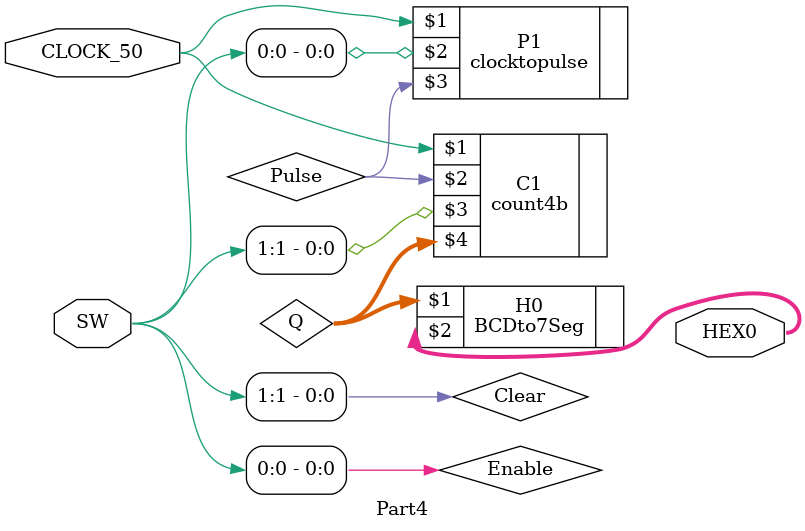
<source format=v>

module Part4(CLOCK_50, SW, HEX0);
	input [0:0]CLOCK_50; // Input clock signal
	input  [1:0]SW;  		// Input Enable and Clear switches
	output [0:6]HEX0;		// Output hex display
		  
	wire [3:0]Q;			// Output from counter
	wire Clear;				// Rename switches for clarity
	wire Enable;
	assign Clear = SW[1];
	assign Enable = SW[0];
	
	wire Pulse;				// Pulse wire to counter
	
	clocktopulse P1(CLOCK_50, Enable, Pulse);	// Pulse every second
	count4b C1(CLOCK_50, Pulse, Clear, Q);		// Count using Pulse as enable
	
	BCDto7Seg H0( Q[3:0],   HEX0 );	// Display count
endmodule
</source>
